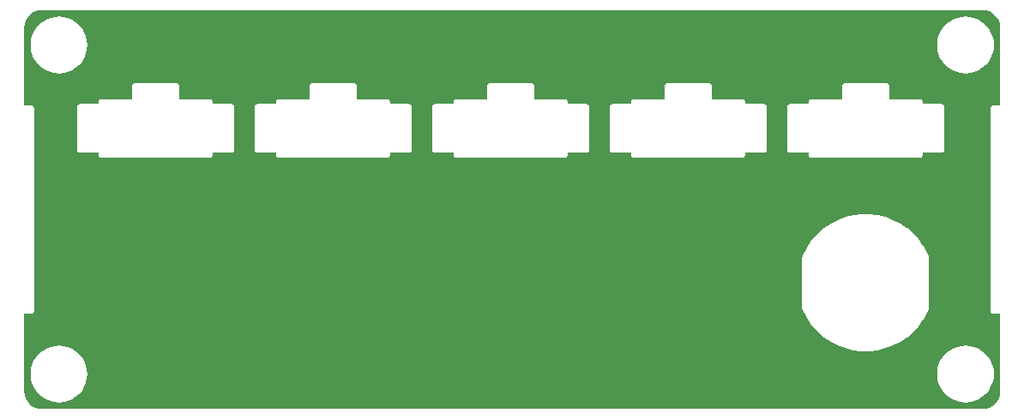
<source format=gtl>
G04*
G04 #@! TF.GenerationSoftware,Altium Limited,Altium Designer,23.0.1 (38)*
G04*
G04 Layer_Physical_Order=1*
G04 Layer_Color=255*
%FSLAX25Y25*%
%MOIN*%
G70*
G04*
G04 #@! TF.SameCoordinates,4576DBD2-755A-4E65-B73B-460D234F7A32*
G04*
G04*
G04 #@! TF.FilePolarity,Positive*
G04*
G01*
G75*
G36*
X107807Y256095D02*
X473555Y256095D01*
X473569Y256098D01*
X474873Y255969D01*
X476141Y255585D01*
X477309Y254960D01*
X478333Y254120D01*
X479173Y253096D01*
X479797Y251928D01*
X480182Y250661D01*
X480310Y249356D01*
X480308Y249342D01*
Y218968D01*
X477689D01*
X477260Y218883D01*
X476896Y218639D01*
X476653Y218276D01*
X476567Y217846D01*
Y139106D01*
X476653Y138677D01*
X476896Y138313D01*
X477260Y138070D01*
X477689Y137985D01*
X480308D01*
Y107610D01*
X480310Y107597D01*
X480182Y106292D01*
X479797Y105025D01*
X479173Y103857D01*
X478333Y102833D01*
X477309Y101992D01*
X476141Y101368D01*
X474873Y100984D01*
X473569Y100855D01*
X473555Y100858D01*
X107807D01*
X107793Y100855D01*
X106489Y100984D01*
X105221Y101368D01*
X104053Y101992D01*
X103030Y102833D01*
X102189Y103857D01*
X101565Y105025D01*
X101180Y106292D01*
X101052Y107597D01*
X101055Y107610D01*
Y137985D01*
X103673D01*
X104102Y138070D01*
X104466Y138313D01*
X104709Y138677D01*
X104795Y139106D01*
Y217846D01*
X104709Y218276D01*
X104466Y218639D01*
X104102Y218883D01*
X103673Y218968D01*
X101055D01*
Y249342D01*
X101052Y249356D01*
X101180Y250661D01*
X101565Y251928D01*
X102189Y253096D01*
X103030Y254120D01*
X104053Y254960D01*
X105221Y255585D01*
X106489Y255969D01*
X107793Y256098D01*
X107807Y256095D01*
D02*
G37*
%LPC*%
G36*
X114500Y253487D02*
X112774Y253351D01*
X111090Y252947D01*
X109491Y252284D01*
X108014Y251380D01*
X106698Y250255D01*
X105573Y248938D01*
X104668Y247462D01*
X104006Y245863D01*
X103602Y244179D01*
X103466Y242453D01*
X103602Y240727D01*
X104006Y239043D01*
X104668Y237443D01*
X105573Y235967D01*
X106698Y234650D01*
X108014Y233526D01*
X109491Y232621D01*
X111090Y231959D01*
X112774Y231555D01*
X114500Y231419D01*
X116226Y231555D01*
X117910Y231959D01*
X119509Y232621D01*
X120986Y233526D01*
X122302Y234650D01*
X123427Y235967D01*
X124331Y237443D01*
X124994Y239043D01*
X125398Y240727D01*
X125534Y242453D01*
X125398Y244179D01*
X124994Y245863D01*
X124331Y247462D01*
X123427Y248938D01*
X122302Y250255D01*
X120986Y251380D01*
X119509Y252284D01*
X117910Y252947D01*
X116226Y253351D01*
X114500Y253487D01*
D02*
G37*
G36*
X466862Y253487D02*
X465136Y253351D01*
X463452Y252947D01*
X461853Y252284D01*
X460377Y251380D01*
X459060Y250255D01*
X457935Y248938D01*
X457031Y247462D01*
X456368Y245863D01*
X455964Y244179D01*
X455828Y242453D01*
X455964Y240727D01*
X456368Y239043D01*
X457031Y237443D01*
X457935Y235967D01*
X459060Y234650D01*
X460377Y233526D01*
X461853Y232621D01*
X463452Y231959D01*
X465136Y231555D01*
X466862Y231419D01*
X468588Y231555D01*
X470272Y231959D01*
X471872Y232621D01*
X473348Y233526D01*
X474664Y234650D01*
X475789Y235967D01*
X476694Y237443D01*
X477356Y239043D01*
X477761Y240727D01*
X477896Y242453D01*
X477761Y244179D01*
X477356Y245863D01*
X476694Y247462D01*
X475789Y248938D01*
X474664Y250255D01*
X473348Y251380D01*
X471872Y252284D01*
X470272Y252947D01*
X468588Y253351D01*
X466862Y253487D01*
D02*
G37*
G36*
X436169Y227752D02*
X419831D01*
X419441Y227674D01*
X419110Y227453D01*
X418889Y227122D01*
X418811Y226732D01*
Y221453D01*
X406937D01*
X406547Y221375D01*
X406216Y221154D01*
X405995Y220823D01*
X405917Y220433D01*
Y219484D01*
X398472D01*
X398082Y219407D01*
X397751Y219185D01*
X397531Y218855D01*
X397453Y218465D01*
Y201535D01*
X397531Y201145D01*
X397751Y200815D01*
X398082Y200593D01*
X398472Y200516D01*
X405917D01*
Y199567D01*
X405995Y199177D01*
X406216Y198846D01*
X406547Y198625D01*
X406937Y198547D01*
X449063D01*
X449453Y198625D01*
X449784Y198846D01*
X450005Y199177D01*
X450083Y199567D01*
Y200516D01*
X457528D01*
X457918Y200593D01*
X458249Y200815D01*
X458469Y201145D01*
X458547Y201535D01*
Y218465D01*
X458469Y218855D01*
X458249Y219185D01*
X457918Y219407D01*
X457528Y219484D01*
X450083D01*
Y220433D01*
X450005Y220823D01*
X449784Y221154D01*
X449453Y221375D01*
X449063Y221453D01*
X437189D01*
Y226732D01*
X437111Y227122D01*
X436890Y227453D01*
X436559Y227674D01*
X436169Y227752D01*
D02*
G37*
G36*
X367169D02*
X350831D01*
X350441Y227674D01*
X350110Y227453D01*
X349889Y227122D01*
X349811Y226732D01*
Y221453D01*
X337937D01*
X337547Y221375D01*
X337216Y221154D01*
X336995Y220823D01*
X336917Y220433D01*
Y219484D01*
X329472D01*
X329082Y219407D01*
X328751Y219185D01*
X328531Y218855D01*
X328453Y218465D01*
Y201535D01*
X328531Y201145D01*
X328751Y200815D01*
X329082Y200593D01*
X329472Y200516D01*
X336917D01*
Y199567D01*
X336995Y199177D01*
X337216Y198846D01*
X337547Y198625D01*
X337937Y198547D01*
X380063D01*
X380453Y198625D01*
X380784Y198846D01*
X381005Y199177D01*
X381083Y199567D01*
Y200516D01*
X388528D01*
X388918Y200593D01*
X389248Y200815D01*
X389470Y201145D01*
X389547Y201535D01*
Y218465D01*
X389470Y218855D01*
X389248Y219185D01*
X388918Y219407D01*
X388528Y219484D01*
X381083D01*
Y220433D01*
X381005Y220823D01*
X380784Y221154D01*
X380453Y221375D01*
X380063Y221453D01*
X368189D01*
Y226732D01*
X368111Y227122D01*
X367890Y227453D01*
X367560Y227674D01*
X367169Y227752D01*
D02*
G37*
G36*
X298169D02*
X281831D01*
X281440Y227674D01*
X281110Y227453D01*
X280889Y227122D01*
X280811Y226732D01*
Y221453D01*
X268937D01*
X268547Y221375D01*
X268216Y221154D01*
X267995Y220823D01*
X267917Y220433D01*
Y219484D01*
X260472D01*
X260082Y219407D01*
X259752Y219185D01*
X259530Y218855D01*
X259453Y218465D01*
Y201535D01*
X259530Y201145D01*
X259752Y200815D01*
X260082Y200593D01*
X260472Y200516D01*
X267917D01*
Y199567D01*
X267995Y199177D01*
X268216Y198846D01*
X268547Y198625D01*
X268937Y198547D01*
X311063D01*
X311453Y198625D01*
X311784Y198846D01*
X312005Y199177D01*
X312083Y199567D01*
Y200516D01*
X319528D01*
X319918Y200593D01*
X320249Y200815D01*
X320469Y201145D01*
X320547Y201535D01*
Y218465D01*
X320469Y218855D01*
X320249Y219185D01*
X319918Y219407D01*
X319528Y219484D01*
X312083D01*
Y220433D01*
X312005Y220823D01*
X311784Y221154D01*
X311453Y221375D01*
X311063Y221453D01*
X299189D01*
Y226732D01*
X299111Y227122D01*
X298890Y227453D01*
X298559Y227674D01*
X298169Y227752D01*
D02*
G37*
G36*
X229169D02*
X212831D01*
X212440Y227674D01*
X212110Y227453D01*
X211889Y227122D01*
X211811Y226732D01*
Y221453D01*
X199937D01*
X199547Y221375D01*
X199216Y221154D01*
X198995Y220823D01*
X198917Y220433D01*
Y219484D01*
X191472D01*
X191082Y219407D01*
X190752Y219185D01*
X190531Y218855D01*
X190453Y218465D01*
Y201535D01*
X190531Y201145D01*
X190752Y200815D01*
X191082Y200593D01*
X191472Y200516D01*
X198917D01*
Y199567D01*
X198995Y199177D01*
X199216Y198846D01*
X199547Y198625D01*
X199937Y198547D01*
X242063D01*
X242453Y198625D01*
X242784Y198846D01*
X243005Y199177D01*
X243083Y199567D01*
Y200516D01*
X250528D01*
X250918Y200593D01*
X251249Y200815D01*
X251469Y201145D01*
X251547Y201535D01*
Y218465D01*
X251469Y218855D01*
X251249Y219185D01*
X250918Y219407D01*
X250528Y219484D01*
X243083D01*
Y220433D01*
X243005Y220823D01*
X242784Y221154D01*
X242453Y221375D01*
X242063Y221453D01*
X230189D01*
Y226732D01*
X230111Y227122D01*
X229890Y227453D01*
X229559Y227674D01*
X229169Y227752D01*
D02*
G37*
G36*
X160169D02*
X143831D01*
X143440Y227674D01*
X143110Y227453D01*
X142889Y227122D01*
X142811Y226732D01*
Y221453D01*
X130937D01*
X130547Y221375D01*
X130216Y221154D01*
X129995Y220823D01*
X129917Y220433D01*
Y219484D01*
X122472D01*
X122082Y219407D01*
X121751Y219185D01*
X121530Y218855D01*
X121453Y218465D01*
Y201535D01*
X121530Y201145D01*
X121751Y200815D01*
X122082Y200593D01*
X122472Y200516D01*
X129917D01*
Y199567D01*
X129995Y199177D01*
X130216Y198846D01*
X130547Y198625D01*
X130937Y198547D01*
X173063D01*
X173453Y198625D01*
X173784Y198846D01*
X174005Y199177D01*
X174083Y199567D01*
Y200516D01*
X181528D01*
X181918Y200593D01*
X182248Y200815D01*
X182469Y201145D01*
X182547Y201535D01*
Y218465D01*
X182469Y218855D01*
X182248Y219185D01*
X181918Y219407D01*
X181528Y219484D01*
X174083D01*
Y220433D01*
X174005Y220823D01*
X173784Y221154D01*
X173453Y221375D01*
X173063Y221453D01*
X161189D01*
Y226732D01*
X161111Y227122D01*
X160890Y227453D01*
X160559Y227674D01*
X160169Y227752D01*
D02*
G37*
G36*
X426494Y176610D02*
X426434Y176598D01*
X426374Y176603D01*
X423382Y176250D01*
X423324Y176231D01*
X423264Y176229D01*
X420334Y175526D01*
X420279Y175501D01*
X420219Y175492D01*
X417392Y174451D01*
X417340Y174419D01*
X417282Y174403D01*
X414596Y173037D01*
X414549Y173000D01*
X414493Y172977D01*
X411986Y171305D01*
X411943Y171263D01*
X411890Y171233D01*
X409597Y169279D01*
X409559Y169232D01*
X409510Y169196D01*
X407462Y166987D01*
X407430Y166935D01*
X407386Y166894D01*
X405611Y164460D01*
X405585Y164405D01*
X405546Y164359D01*
X404069Y161733D01*
X404050Y161676D01*
X404016Y161625D01*
X403437Y160235D01*
X403437Y160234D01*
X403436Y160233D01*
X403397Y160039D01*
X403358Y159845D01*
X403359Y159844D01*
X403358Y159843D01*
X403358Y140157D01*
X403359Y140156D01*
X403358Y140155D01*
X403396Y139967D01*
X403436Y139767D01*
X403437Y139766D01*
X403437Y139765D01*
X404016Y138375D01*
X404050Y138324D01*
X404069Y138267D01*
X405546Y135641D01*
X405585Y135595D01*
X405611Y135540D01*
X407386Y133106D01*
X407430Y133065D01*
X407462Y133013D01*
X409510Y130804D01*
X409559Y130768D01*
X409597Y130721D01*
X411890Y128767D01*
X411943Y128737D01*
X411986Y128695D01*
X414493Y127023D01*
X414549Y127000D01*
X414596Y126963D01*
X417282Y125597D01*
X417340Y125581D01*
X417392Y125549D01*
X420219Y124508D01*
X420279Y124499D01*
X420334Y124474D01*
X423264Y123772D01*
X423324Y123769D01*
X423382Y123750D01*
X426374Y123397D01*
X426434Y123402D01*
X426494Y123390D01*
X429506Y123390D01*
X429566Y123402D01*
X429626Y123397D01*
X432618Y123750D01*
X432676Y123769D01*
X432736Y123772D01*
X435666Y124474D01*
X435721Y124499D01*
X435781Y124508D01*
X438608Y125549D01*
X438660Y125581D01*
X438718Y125597D01*
X441404Y126963D01*
X441451Y127000D01*
X441507Y127023D01*
X444014Y128695D01*
X444057Y128737D01*
X444110Y128767D01*
X446403Y130721D01*
X446441Y130768D01*
X446490Y130804D01*
X448538Y133013D01*
X448570Y133065D01*
X448614Y133106D01*
X450389Y135540D01*
X450415Y135595D01*
X450454Y135641D01*
X451931Y138267D01*
X451950Y138324D01*
X451984Y138375D01*
X452563Y139765D01*
X452563Y139766D01*
X452564Y139767D01*
X452603Y139961D01*
X452642Y140155D01*
X452641Y140156D01*
X452642Y140157D01*
X452642Y159843D01*
X452641Y159844D01*
X452642Y159845D01*
X452604Y160033D01*
X452564Y160233D01*
X452563Y160234D01*
X452563Y160235D01*
X451984Y161625D01*
X451950Y161676D01*
X451931Y161733D01*
X450454Y164359D01*
X450415Y164405D01*
X450389Y164460D01*
X448614Y166894D01*
X448570Y166935D01*
X448538Y166987D01*
X446490Y169196D01*
X446441Y169232D01*
X446403Y169279D01*
X444110Y171233D01*
X444057Y171263D01*
X444014Y171305D01*
X441507Y172977D01*
X441451Y173000D01*
X441404Y173037D01*
X438718Y174403D01*
X438660Y174419D01*
X438608Y174451D01*
X435781Y175492D01*
X435721Y175501D01*
X435666Y175526D01*
X432736Y176229D01*
X432676Y176231D01*
X432618Y176250D01*
X429626Y176603D01*
X429566Y176598D01*
X429506Y176610D01*
X426494Y176610D01*
D02*
G37*
G36*
X114500Y125534D02*
X112774Y125398D01*
X111090Y124994D01*
X109491Y124331D01*
X108014Y123427D01*
X106698Y122302D01*
X105573Y120986D01*
X104668Y119509D01*
X104006Y117910D01*
X103602Y116226D01*
X103466Y114500D01*
X103602Y112774D01*
X104006Y111090D01*
X104668Y109491D01*
X105573Y108014D01*
X106698Y106698D01*
X108014Y105573D01*
X109491Y104668D01*
X111090Y104006D01*
X112774Y103602D01*
X114500Y103466D01*
X116226Y103602D01*
X117910Y104006D01*
X119509Y104668D01*
X120986Y105573D01*
X122302Y106698D01*
X123427Y108014D01*
X124331Y109491D01*
X124994Y111090D01*
X125398Y112774D01*
X125534Y114500D01*
X125398Y116226D01*
X124994Y117910D01*
X124331Y119509D01*
X123427Y120986D01*
X122302Y122302D01*
X120986Y123427D01*
X119509Y124331D01*
X117910Y124994D01*
X116226Y125398D01*
X114500Y125534D01*
D02*
G37*
G36*
X466862Y125534D02*
X465136Y125398D01*
X463452Y124994D01*
X461853Y124331D01*
X460377Y123427D01*
X459060Y122302D01*
X457935Y120986D01*
X457031Y119509D01*
X456368Y117910D01*
X455964Y116226D01*
X455828Y114500D01*
X455964Y112774D01*
X456368Y111090D01*
X457031Y109491D01*
X457935Y108014D01*
X459060Y106698D01*
X460377Y105573D01*
X461853Y104668D01*
X463452Y104006D01*
X465136Y103602D01*
X466862Y103466D01*
X468588Y103602D01*
X470272Y104006D01*
X471872Y104668D01*
X473348Y105573D01*
X474664Y106698D01*
X475789Y108014D01*
X476694Y109491D01*
X477356Y111090D01*
X477761Y112774D01*
X477896Y114500D01*
X477761Y116226D01*
X477356Y117910D01*
X476694Y119509D01*
X475789Y120986D01*
X474664Y122302D01*
X473348Y123427D01*
X471872Y124331D01*
X470272Y124994D01*
X468588Y125398D01*
X466862Y125534D01*
D02*
G37*
%LPD*%
M02*

</source>
